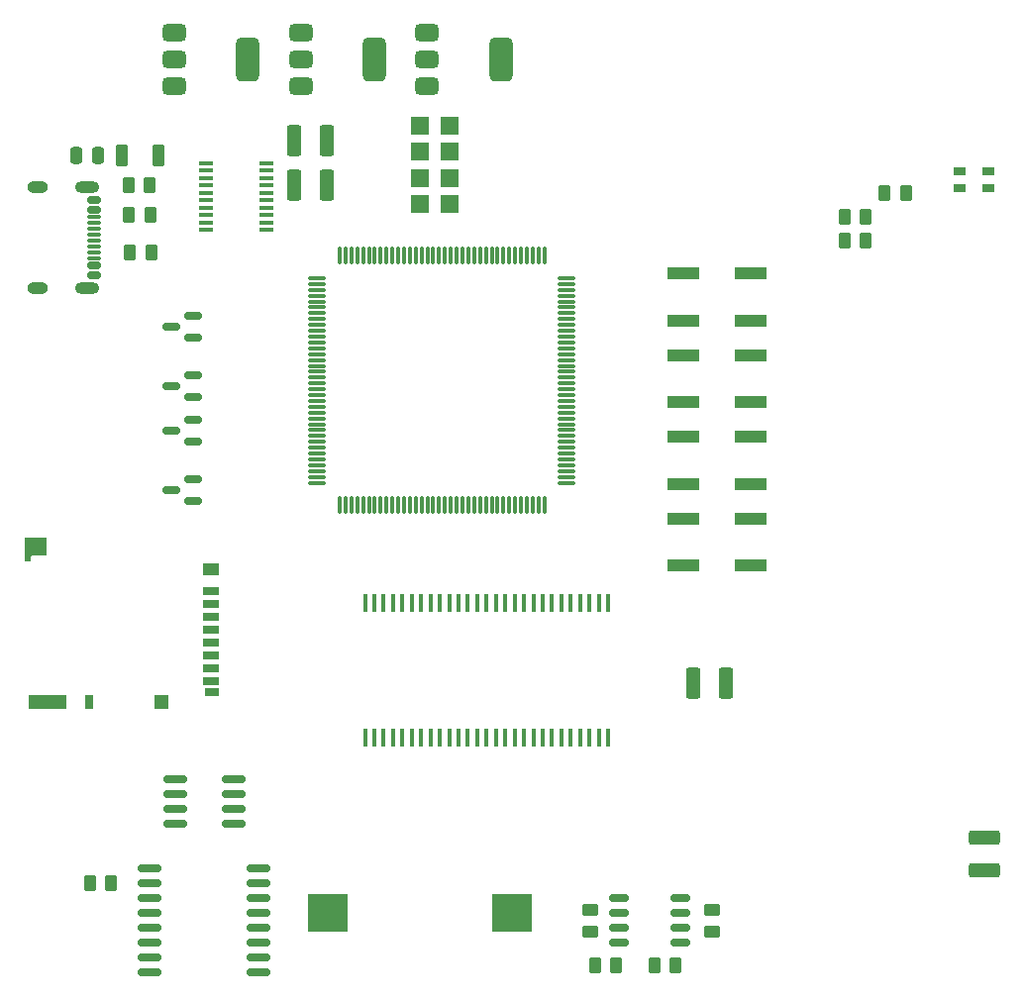
<source format=gbr>
%TF.GenerationSoftware,KiCad,Pcbnew,9.0.2+1*%
%TF.CreationDate,2025-07-26T23:48:39+01:00*%
%TF.ProjectId,ICE40HXDevBoard,49434534-3048-4584-9465-76426f617264,rev?*%
%TF.SameCoordinates,Original*%
%TF.FileFunction,Paste,Top*%
%TF.FilePolarity,Positive*%
%FSLAX46Y46*%
G04 Gerber Fmt 4.6, Leading zero omitted, Abs format (unit mm)*
G04 Created by KiCad (PCBNEW 9.0.2+1) date 2025-07-26 23:48:39*
%MOMM*%
%LPD*%
G01*
G04 APERTURE LIST*
G04 Aperture macros list*
%AMRoundRect*
0 Rectangle with rounded corners*
0 $1 Rounding radius*
0 $2 $3 $4 $5 $6 $7 $8 $9 X,Y pos of 4 corners*
0 Add a 4 corners polygon primitive as box body*
4,1,4,$2,$3,$4,$5,$6,$7,$8,$9,$2,$3,0*
0 Add four circle primitives for the rounded corners*
1,1,$1+$1,$2,$3*
1,1,$1+$1,$4,$5*
1,1,$1+$1,$6,$7*
1,1,$1+$1,$8,$9*
0 Add four rect primitives between the rounded corners*
20,1,$1+$1,$2,$3,$4,$5,0*
20,1,$1+$1,$4,$5,$6,$7,0*
20,1,$1+$1,$6,$7,$8,$9,0*
20,1,$1+$1,$8,$9,$2,$3,0*%
%AMRotRect*
0 Rectangle, with rotation*
0 The origin of the aperture is its center*
0 $1 length*
0 $2 width*
0 $3 Rotation angle, in degrees counterclockwise*
0 Add horizontal line*
21,1,$1,$2,0,0,$3*%
G04 Aperture macros list end*
%ADD10RoundRect,0.250000X0.450000X-0.262500X0.450000X0.262500X-0.450000X0.262500X-0.450000X-0.262500X0*%
%ADD11RoundRect,0.250000X0.275000X0.700000X-0.275000X0.700000X-0.275000X-0.700000X0.275000X-0.700000X0*%
%ADD12RoundRect,0.250000X0.262500X0.450000X-0.262500X0.450000X-0.262500X-0.450000X0.262500X-0.450000X0*%
%ADD13R,3.500000X3.300000*%
%ADD14RoundRect,0.375000X-0.625000X-0.375000X0.625000X-0.375000X0.625000X0.375000X-0.625000X0.375000X0*%
%ADD15RoundRect,0.500000X-0.500000X-1.400000X0.500000X-1.400000X0.500000X1.400000X-0.500000X1.400000X0*%
%ADD16R,1.200000X0.400000*%
%ADD17RoundRect,0.250000X-0.262500X-0.450000X0.262500X-0.450000X0.262500X0.450000X-0.262500X0.450000X0*%
%ADD18RoundRect,0.150000X0.587500X0.150000X-0.587500X0.150000X-0.587500X-0.150000X0.587500X-0.150000X0*%
%ADD19RoundRect,0.250000X-0.375000X-1.075000X0.375000X-1.075000X0.375000X1.075000X-0.375000X1.075000X0*%
%ADD20RoundRect,0.150000X-0.425000X0.150000X-0.425000X-0.150000X0.425000X-0.150000X0.425000X0.150000X0*%
%ADD21RoundRect,0.075000X-0.500000X0.075000X-0.500000X-0.075000X0.500000X-0.075000X0.500000X0.075000X0*%
%ADD22O,2.100000X1.000000*%
%ADD23O,1.800000X1.000000*%
%ADD24RoundRect,0.150000X-0.875000X-0.150000X0.875000X-0.150000X0.875000X0.150000X-0.875000X0.150000X0*%
%ADD25R,1.600000X1.500000*%
%ADD26R,1.000000X0.800000*%
%ADD27RoundRect,0.250000X-0.450000X0.262500X-0.450000X-0.262500X0.450000X-0.262500X0.450000X0.262500X0*%
%ADD28R,2.800000X1.000000*%
%ADD29RoundRect,0.075000X-0.662500X-0.075000X0.662500X-0.075000X0.662500X0.075000X-0.662500X0.075000X0*%
%ADD30RoundRect,0.075000X-0.075000X-0.662500X0.075000X-0.662500X0.075000X0.662500X-0.075000X0.662500X0*%
%ADD31RoundRect,0.150000X-0.825000X-0.150000X0.825000X-0.150000X0.825000X0.150000X-0.825000X0.150000X0*%
%ADD32RoundRect,0.150000X-0.675000X-0.150000X0.675000X-0.150000X0.675000X0.150000X-0.675000X0.150000X0*%
%ADD33RoundRect,0.250000X1.075000X-0.375000X1.075000X0.375000X-1.075000X0.375000X-1.075000X-0.375000X0*%
%ADD34RoundRect,0.250000X0.250000X0.475000X-0.250000X0.475000X-0.250000X-0.475000X0.250000X-0.475000X0*%
%ADD35R,0.458000X1.510000*%
%ADD36R,1.400000X0.700000*%
%ADD37R,1.200000X0.700000*%
%ADD38R,0.800000X1.200000*%
%ADD39R,1.900000X1.500000*%
%ADD40RotRect,0.200000X0.200000X315.000000*%
%ADD41R,0.500000X0.500000*%
%ADD42R,1.400000X1.000000*%
%ADD43R,1.200000X1.200000*%
%ADD44R,3.200000X1.200000*%
G04 APERTURE END LIST*
D10*
%TO.C,R5*%
X222250000Y-150772500D03*
X222250000Y-148947500D03*
%TD*%
D11*
%TO.C,FB2*%
X185344000Y-84455000D03*
X182194000Y-84455000D03*
%TD*%
D12*
%TO.C,R18*%
X184681500Y-92710000D03*
X182856500Y-92710000D03*
%TD*%
D13*
%TO.C,BT1*%
X199745000Y-149225000D03*
X215545000Y-149225000D03*
%TD*%
D12*
%TO.C,R27*%
X245768500Y-91694000D03*
X243943500Y-91694000D03*
%TD*%
D14*
%TO.C,U8*%
X208280000Y-73900000D03*
X208280000Y-76200000D03*
D15*
X214580000Y-76200000D03*
D14*
X208280000Y-78500000D03*
%TD*%
D16*
%TO.C,U2*%
X194531125Y-90805000D03*
X194531125Y-90170000D03*
X194531125Y-89535000D03*
X194531125Y-88900000D03*
X194531125Y-88265000D03*
X194531125Y-87630000D03*
X194531125Y-86995000D03*
X194531125Y-86360000D03*
X194531125Y-85725000D03*
X194531125Y-85090000D03*
X189331125Y-85090000D03*
X189331125Y-85725000D03*
X189331125Y-86360000D03*
X189331125Y-86995000D03*
X189331125Y-87630000D03*
X189331125Y-88265000D03*
X189331125Y-88900000D03*
X189331125Y-89535000D03*
X189331125Y-90170000D03*
X189331125Y-90805000D03*
%TD*%
D17*
%TO.C,R7*%
X222607500Y-153670000D03*
X224432500Y-153670000D03*
%TD*%
D18*
%TO.C,D7*%
X188262500Y-100010000D03*
X188262500Y-98110000D03*
X186387500Y-99060000D03*
%TD*%
%TO.C,D9*%
X188262500Y-113980000D03*
X188262500Y-112080000D03*
X186387500Y-113030000D03*
%TD*%
D19*
%TO.C,D2*%
X231010000Y-129540000D03*
X233810000Y-129540000D03*
%TD*%
D20*
%TO.C,J8*%
X179769625Y-88240000D03*
X179769625Y-89040000D03*
D21*
X179769625Y-90190000D03*
X179769625Y-91190000D03*
X179769625Y-91690000D03*
X179769625Y-92690000D03*
D20*
X179769625Y-93840000D03*
X179769625Y-94640000D03*
X179769625Y-94640000D03*
X179769625Y-93840000D03*
D21*
X179769625Y-93190000D03*
X179769625Y-92190000D03*
X179769625Y-90690000D03*
X179769625Y-89690000D03*
D20*
X179769625Y-89040000D03*
X179769625Y-88240000D03*
D22*
X179194625Y-87120000D03*
D23*
X175014625Y-87120000D03*
D22*
X179194625Y-95760000D03*
D23*
X175014625Y-95760000D03*
%TD*%
D24*
%TO.C,U9*%
X184580000Y-145415000D03*
X184580000Y-146685000D03*
X184580000Y-147955000D03*
X184580000Y-149225000D03*
X184580000Y-150495000D03*
X184580000Y-151765000D03*
X184580000Y-153035000D03*
X184580000Y-154305000D03*
X193880000Y-154305000D03*
X193880000Y-153035000D03*
X193880000Y-151765000D03*
X193880000Y-150495000D03*
X193880000Y-149225000D03*
X193880000Y-147955000D03*
X193880000Y-146685000D03*
X193880000Y-145415000D03*
%TD*%
D25*
%TO.C,X2*%
X210185000Y-81915000D03*
X207645000Y-81915000D03*
X207645000Y-84115000D03*
X210185000Y-84115000D03*
%TD*%
D26*
%TO.C,D5*%
X253766000Y-85787000D03*
X253766000Y-87187000D03*
X256266000Y-87187000D03*
X256266000Y-85787000D03*
%TD*%
D19*
%TO.C,D3*%
X196914625Y-86995000D03*
X199714625Y-86995000D03*
%TD*%
D12*
%TO.C,R19*%
X184622125Y-89535000D03*
X182797125Y-89535000D03*
%TD*%
%TO.C,R26*%
X245768500Y-89662000D03*
X243943500Y-89662000D03*
%TD*%
D14*
%TO.C,U4*%
X197485000Y-73900000D03*
X197485000Y-76200000D03*
D15*
X203785000Y-76200000D03*
D14*
X197485000Y-78500000D03*
%TD*%
D27*
%TO.C,R4*%
X232664000Y-148947500D03*
X232664000Y-150772500D03*
%TD*%
D28*
%TO.C,SW4*%
X230145000Y-94520000D03*
X235945000Y-94520000D03*
X230145000Y-98520000D03*
X235945000Y-98520000D03*
%TD*%
D19*
%TO.C,D1*%
X196914625Y-83185000D03*
X199714625Y-83185000D03*
%TD*%
D12*
%TO.C,R14*%
X181252500Y-146685000D03*
X179427500Y-146685000D03*
%TD*%
%TO.C,R6*%
X229512500Y-153670000D03*
X227687500Y-153670000D03*
%TD*%
D29*
%TO.C,U1*%
X198887500Y-94913250D03*
X198887500Y-95413250D03*
X198887500Y-95913250D03*
X198887500Y-96413250D03*
X198887500Y-96913250D03*
X198887500Y-97413250D03*
X198887500Y-97913250D03*
X198887500Y-98413250D03*
X198887500Y-98913250D03*
X198887500Y-99413250D03*
X198887500Y-99913250D03*
X198887500Y-100413250D03*
X198887500Y-100913250D03*
X198887500Y-101413250D03*
X198887500Y-101913250D03*
X198887500Y-102413250D03*
X198887500Y-102913250D03*
X198887500Y-103413250D03*
X198887500Y-103913250D03*
X198887500Y-104413250D03*
X198887500Y-104913250D03*
X198887500Y-105413250D03*
X198887500Y-105913250D03*
X198887500Y-106413250D03*
X198887500Y-106913250D03*
X198887500Y-107413250D03*
X198887500Y-107913250D03*
X198887500Y-108413250D03*
X198887500Y-108913250D03*
X198887500Y-109413250D03*
X198887500Y-109913250D03*
X198887500Y-110413250D03*
X198887500Y-110913250D03*
X198887500Y-111413250D03*
X198887500Y-111913250D03*
X198887500Y-112413250D03*
D30*
X200800000Y-114325750D03*
X201300000Y-114325750D03*
X201800000Y-114325750D03*
X202300000Y-114325750D03*
X202800000Y-114325750D03*
X203300000Y-114325750D03*
X203800000Y-114325750D03*
X204300000Y-114325750D03*
X204800000Y-114325750D03*
X205300000Y-114325750D03*
X205800000Y-114325750D03*
X206300000Y-114325750D03*
X206800000Y-114325750D03*
X207300000Y-114325750D03*
X207800000Y-114325750D03*
X208300000Y-114325750D03*
X208800000Y-114325750D03*
X209300000Y-114325750D03*
X209800000Y-114325750D03*
X210300000Y-114325750D03*
X210800000Y-114325750D03*
X211300000Y-114325750D03*
X211800000Y-114325750D03*
X212300000Y-114325750D03*
X212800000Y-114325750D03*
X213300000Y-114325750D03*
X213800000Y-114325750D03*
X214300000Y-114325750D03*
X214800000Y-114325750D03*
X215300000Y-114325750D03*
X215800000Y-114325750D03*
X216300000Y-114325750D03*
X216800000Y-114325750D03*
X217300000Y-114325750D03*
X217800000Y-114325750D03*
X218300000Y-114325750D03*
D29*
X220212500Y-112413250D03*
X220212500Y-111913250D03*
X220212500Y-111413250D03*
X220212500Y-110913250D03*
X220212500Y-110413250D03*
X220212500Y-109913250D03*
X220212500Y-109413250D03*
X220212500Y-108913250D03*
X220212500Y-108413250D03*
X220212500Y-107913250D03*
X220212500Y-107413250D03*
X220212500Y-106913250D03*
X220212500Y-106413250D03*
X220212500Y-105913250D03*
X220212500Y-105413250D03*
X220212500Y-104913250D03*
X220212500Y-104413250D03*
X220212500Y-103913250D03*
X220212500Y-103413250D03*
X220212500Y-102913250D03*
X220212500Y-102413250D03*
X220212500Y-101913250D03*
X220212500Y-101413250D03*
X220212500Y-100913250D03*
X220212500Y-100413250D03*
X220212500Y-99913250D03*
X220212500Y-99413250D03*
X220212500Y-98913250D03*
X220212500Y-98413250D03*
X220212500Y-97913250D03*
X220212500Y-97413250D03*
X220212500Y-96913250D03*
X220212500Y-96413250D03*
X220212500Y-95913250D03*
X220212500Y-95413250D03*
X220212500Y-94913250D03*
D30*
X218300000Y-93000750D03*
X217800000Y-93000750D03*
X217300000Y-93000750D03*
X216800000Y-93000750D03*
X216300000Y-93000750D03*
X215800000Y-93000750D03*
X215300000Y-93000750D03*
X214800000Y-93000750D03*
X214300000Y-93000750D03*
X213800000Y-93000750D03*
X213300000Y-93000750D03*
X212800000Y-93000750D03*
X212300000Y-93000750D03*
X211800000Y-93000750D03*
X211300000Y-93000750D03*
X210800000Y-93000750D03*
X210300000Y-93000750D03*
X209800000Y-93000750D03*
X209300000Y-93000750D03*
X208800000Y-93000750D03*
X208300000Y-93000750D03*
X207800000Y-93000750D03*
X207300000Y-93000750D03*
X206800000Y-93000750D03*
X206300000Y-93000750D03*
X205800000Y-93000750D03*
X205300000Y-93000750D03*
X204800000Y-93000750D03*
X204300000Y-93000750D03*
X203800000Y-93000750D03*
X203300000Y-93000750D03*
X202800000Y-93000750D03*
X202300000Y-93000750D03*
X201800000Y-93000750D03*
X201300000Y-93000750D03*
X200800000Y-93000750D03*
%TD*%
D12*
%TO.C,R25*%
X249197500Y-87630000D03*
X247372500Y-87630000D03*
%TD*%
D31*
%TO.C,U10*%
X186755000Y-137795000D03*
X186755000Y-139065000D03*
X186755000Y-140335000D03*
X186755000Y-141605000D03*
X191705000Y-141605000D03*
X191705000Y-140335000D03*
X191705000Y-139065000D03*
X191705000Y-137795000D03*
%TD*%
D32*
%TO.C,U6*%
X224705000Y-147955000D03*
X224705000Y-149225000D03*
X224705000Y-150495000D03*
X224705000Y-151765000D03*
X229955000Y-151765000D03*
X229955000Y-150495000D03*
X229955000Y-149225000D03*
X229955000Y-147955000D03*
%TD*%
D33*
%TO.C,D4*%
X255905000Y-145545000D03*
X255905000Y-142745000D03*
%TD*%
D28*
%TO.C,SW2*%
X230145000Y-108490000D03*
X235945000Y-108490000D03*
X230145000Y-112490000D03*
X235945000Y-112490000D03*
%TD*%
D18*
%TO.C,D6*%
X188262500Y-105090000D03*
X188262500Y-103190000D03*
X186387500Y-104140000D03*
%TD*%
%TO.C,D8*%
X188262500Y-108900000D03*
X188262500Y-107000000D03*
X186387500Y-107950000D03*
%TD*%
D14*
%TO.C,U3*%
X186665000Y-73900000D03*
X186665000Y-76200000D03*
D15*
X192965000Y-76200000D03*
D14*
X186665000Y-78500000D03*
%TD*%
D25*
%TO.C,X1*%
X210185000Y-86403000D03*
X207645000Y-86403000D03*
X207645000Y-88603000D03*
X210185000Y-88603000D03*
%TD*%
D34*
%TO.C,C37*%
X180147000Y-84455000D03*
X178247000Y-84455000D03*
%TD*%
D17*
%TO.C,R17*%
X182729500Y-86995000D03*
X184554500Y-86995000D03*
%TD*%
D35*
%TO.C,U7*%
X202960000Y-134177500D03*
X203760000Y-134177500D03*
X204560000Y-134177500D03*
X205360000Y-134177500D03*
X206160000Y-134177500D03*
X206960000Y-134177500D03*
X207760000Y-134177500D03*
X208560000Y-134177500D03*
X209360000Y-134177500D03*
X210160000Y-134177500D03*
X210960000Y-134177500D03*
X211760000Y-134177500D03*
X212560000Y-134177500D03*
X213360000Y-134177500D03*
X214160000Y-134177500D03*
X214960000Y-134177500D03*
X215760000Y-134177500D03*
X216560000Y-134177500D03*
X217360000Y-134177500D03*
X218160000Y-134177500D03*
X218960000Y-134177500D03*
X219760000Y-134177500D03*
X220560000Y-134177500D03*
X221360000Y-134177500D03*
X222160000Y-134177500D03*
X222960000Y-134177500D03*
X223760000Y-134177500D03*
X223760000Y-122677500D03*
X222960000Y-122677500D03*
X222160000Y-122677500D03*
X221360000Y-122677500D03*
X220560000Y-122677500D03*
X219760000Y-122677500D03*
X218960000Y-122677500D03*
X218160000Y-122677500D03*
X217360000Y-122677500D03*
X216560000Y-122677500D03*
X215760000Y-122677500D03*
X214960000Y-122677500D03*
X214160000Y-122677500D03*
X213360000Y-122677500D03*
X212560000Y-122677500D03*
X211760000Y-122677500D03*
X210960000Y-122677500D03*
X210160000Y-122677500D03*
X209360000Y-122677500D03*
X208560000Y-122677500D03*
X207760000Y-122677500D03*
X206960000Y-122677500D03*
X206160000Y-122677500D03*
X205360000Y-122677500D03*
X204560000Y-122677500D03*
X203760000Y-122677500D03*
X202960000Y-122677500D03*
%TD*%
D36*
%TO.C,J9*%
X189795000Y-121685000D03*
X189795000Y-122785000D03*
X189795000Y-123885000D03*
X189795000Y-124985000D03*
X189795000Y-126085000D03*
X189795000Y-127185000D03*
X189795000Y-128285000D03*
X189795000Y-129385000D03*
D37*
X189895000Y-130335000D03*
D38*
X179395000Y-131185000D03*
D39*
X174795000Y-117885000D03*
D40*
X174345000Y-118635000D03*
D41*
X174095000Y-118885000D03*
D42*
X189795000Y-119785000D03*
D43*
X185595000Y-131185000D03*
D44*
X175795000Y-131185000D03*
%TD*%
D28*
%TO.C,SW1*%
X230145000Y-101505000D03*
X235945000Y-101505000D03*
X230145000Y-105505000D03*
X235945000Y-105505000D03*
%TD*%
%TO.C,SW3*%
X230145000Y-115475000D03*
X235945000Y-115475000D03*
X230145000Y-119475000D03*
X235945000Y-119475000D03*
%TD*%
M02*

</source>
